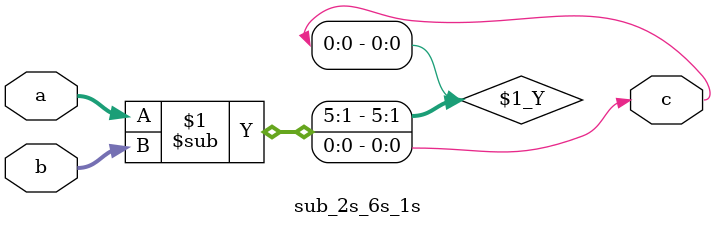
<source format=v>
module sub_2s_6s_1s(a, b, c);
  input signed [1:0] a;
  input signed [5:0] b;
  output signed c;
  assign c = a - b;
endmodule

</source>
